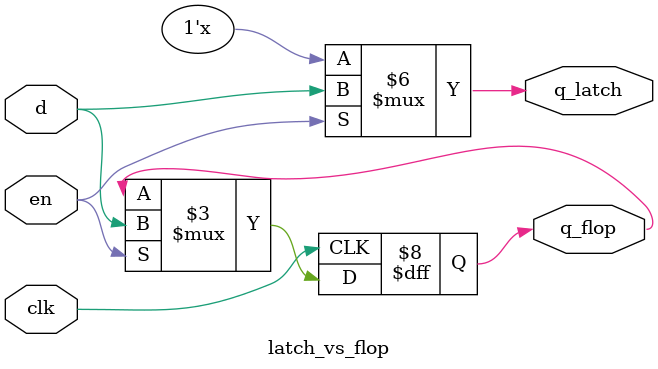
<source format=v>

module latch_vs_flop (
    input wire clk,
    input wire en,
    input wire d,
    output reg q_latch,
    output reg q_flop
);

    // Latch: level-sensitive (this is BAD if unintended)
    always @(*) begin
        if (en)
            q_latch = d;  // Causes latch if not all conditions covered
        // else missing → latch inferred
    end

    // Flip-Flop: edge-triggered (correct)
    always @(posedge clk) begin
        if (en)
            q_flop <= d;
    end

endmodule
</source>
